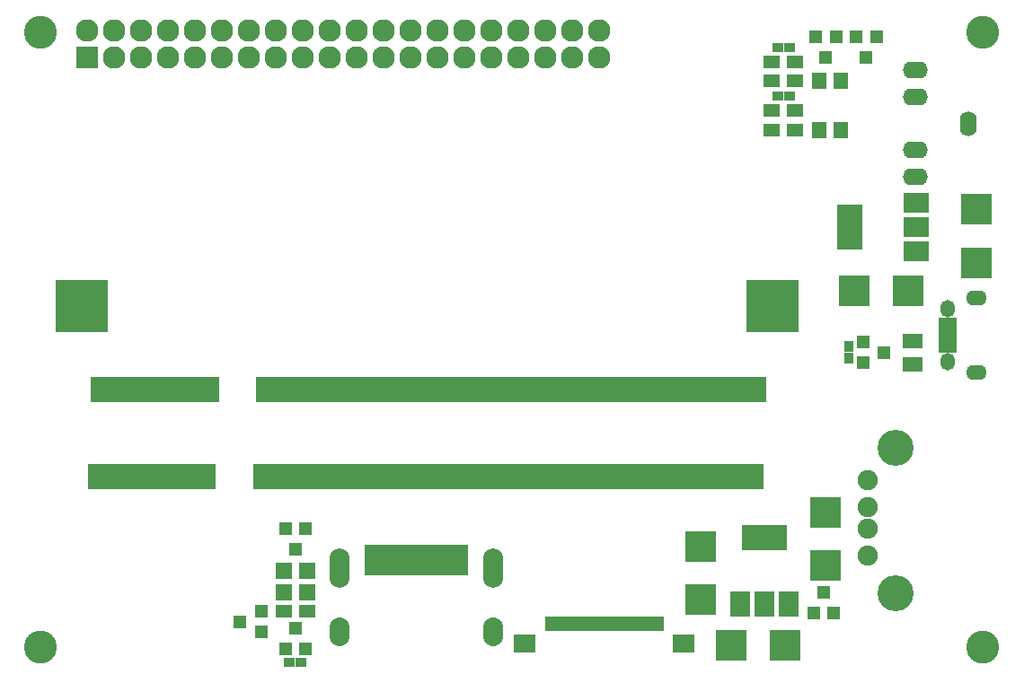
<source format=gts>
G04 #@! TF.FileFunction,Soldermask,Top*
%FSLAX46Y46*%
G04 Gerber Fmt 4.6, Leading zero omitted, Abs format (unit mm)*
G04 Created by KiCad (PCBNEW 4.0.5+dfsg1-4) date Sun Dec 23 19:03:49 2018*
%MOMM*%
%LPD*%
G01*
G04 APERTURE LIST*
%ADD10C,0.100000*%
%ADD11R,2.950000X2.900000*%
%ADD12R,2.900000X2.950000*%
%ADD13R,1.600000X1.600000*%
%ADD14R,1.200000X1.300000*%
%ADD15R,1.750000X0.800000*%
%ADD16O,1.350000X1.650000*%
%ADD17O,1.950000X1.400000*%
%ADD18C,1.900000*%
%ADD19C,3.400000*%
%ADD20R,0.700000X1.400000*%
%ADD21R,2.050000X1.700000*%
%ADD22R,1.300000X1.200000*%
%ADD23R,1.600000X1.300000*%
%ADD24R,4.200000X2.400000*%
%ADD25R,1.900000X2.400000*%
%ADD26R,2.400000X4.200000*%
%ADD27R,2.400000X1.900000*%
%ADD28R,0.700000X3.000000*%
%ADD29O,1.900000X3.700000*%
%ADD30O,1.900000X2.700000*%
%ADD31R,1.000000X0.900000*%
%ADD32R,1.900000X1.400000*%
%ADD33C,3.100000*%
%ADD34R,2.127200X2.127200*%
%ADD35O,2.127200X2.127200*%
%ADD36R,1.400000X1.650000*%
%ADD37O,1.600000X2.350000*%
%ADD38O,2.350000X1.600000*%
%ADD39R,0.750000X2.400000*%
%ADD40R,4.900000X5.000000*%
%ADD41R,0.900000X1.000000*%
G04 APERTURE END LIST*
D10*
D11*
X159925000Y-104000000D03*
X154875000Y-104000000D03*
D12*
X152000000Y-99725000D03*
X152000000Y-94675000D03*
X178000000Y-62875000D03*
X178000000Y-67925000D03*
D11*
X166475000Y-70600000D03*
X171525000Y-70600000D03*
D12*
X163800000Y-96525000D03*
X163800000Y-91475000D03*
D13*
X114900000Y-97000000D03*
X112700000Y-97000000D03*
D14*
X162650000Y-101000000D03*
X164550000Y-101000000D03*
X163600000Y-99000000D03*
X112850000Y-104400000D03*
X114750000Y-104400000D03*
X113800000Y-102400000D03*
D15*
X175250000Y-76100000D03*
X175250000Y-75450000D03*
X175250000Y-74800000D03*
X175250000Y-74150000D03*
X175250000Y-73500000D03*
D16*
X175250000Y-77300000D03*
X175250000Y-72300000D03*
D17*
X177950000Y-78300000D03*
X177950000Y-71300000D03*
D18*
X167700000Y-88490000D03*
X167700000Y-91030000D03*
X167700000Y-93060000D03*
X167700000Y-95600000D03*
D19*
X170370000Y-85440000D03*
X170370000Y-99160000D03*
D20*
X137650000Y-102000000D03*
X138150000Y-102000000D03*
X138650000Y-102000000D03*
X139150000Y-102000000D03*
X139650000Y-102000000D03*
X140150000Y-102000000D03*
X140650000Y-102000000D03*
X141150000Y-102000000D03*
X141650000Y-102000000D03*
X142150000Y-102000000D03*
X142650000Y-102000000D03*
X143150000Y-102000000D03*
X143650000Y-102000000D03*
X144150000Y-102000000D03*
X144650000Y-102000000D03*
X145150000Y-102000000D03*
X145650000Y-102000000D03*
X146150000Y-102000000D03*
X146650000Y-102000000D03*
X147150000Y-102000000D03*
X147650000Y-102000000D03*
X148150000Y-102000000D03*
D21*
X135375000Y-103900000D03*
X150425000Y-103900000D03*
D14*
X114750000Y-93000000D03*
X112850000Y-93000000D03*
X113800000Y-95000000D03*
D22*
X167300000Y-75450000D03*
X167300000Y-77350000D03*
X169300000Y-76400000D03*
X110600000Y-102750000D03*
X110600000Y-100850000D03*
X108600000Y-101800000D03*
D23*
X114900000Y-100800000D03*
X112700000Y-100800000D03*
D24*
X158000000Y-93850000D03*
D25*
X158000000Y-100150000D03*
X160300000Y-100150000D03*
X155700000Y-100150000D03*
D26*
X166050000Y-64600000D03*
D27*
X172350000Y-64600000D03*
X172350000Y-62300000D03*
X172350000Y-66900000D03*
D28*
X129700000Y-96000000D03*
X129200000Y-96000000D03*
X128700000Y-96000000D03*
X128200000Y-96000000D03*
X127700000Y-96000000D03*
X127200000Y-96000000D03*
X126700000Y-96000000D03*
X126200000Y-96000000D03*
X125700000Y-96000000D03*
X125200000Y-96000000D03*
X124700000Y-96000000D03*
X124200000Y-96000000D03*
X123700000Y-96000000D03*
X123200000Y-96000000D03*
X122700000Y-96000000D03*
X122200000Y-96000000D03*
X121700000Y-96000000D03*
X121200000Y-96000000D03*
X120700000Y-96000000D03*
D29*
X117950000Y-96760000D03*
X132450000Y-96760000D03*
D30*
X117950000Y-102720000D03*
X132450000Y-102720000D03*
D31*
X114350000Y-105600000D03*
X113250000Y-105600000D03*
D32*
X172000000Y-75300000D03*
X172000000Y-77500000D03*
D33*
X89800000Y-104200000D03*
X178600000Y-104200000D03*
X178600000Y-46200000D03*
X89800000Y-46200000D03*
D34*
X94200000Y-48600000D03*
D35*
X94200000Y-46060000D03*
X96740000Y-48600000D03*
X96740000Y-46060000D03*
X99280000Y-48600000D03*
X99280000Y-46060000D03*
X101820000Y-48600000D03*
X101820000Y-46060000D03*
X104360000Y-48600000D03*
X104360000Y-46060000D03*
X106900000Y-48600000D03*
X106900000Y-46060000D03*
X109440000Y-48600000D03*
X109440000Y-46060000D03*
X111980000Y-48600000D03*
X111980000Y-46060000D03*
X114520000Y-48600000D03*
X114520000Y-46060000D03*
X117060000Y-48600000D03*
X117060000Y-46060000D03*
X119600000Y-48600000D03*
X119600000Y-46060000D03*
X122140000Y-48600000D03*
X122140000Y-46060000D03*
X124680000Y-48600000D03*
X124680000Y-46060000D03*
X127220000Y-48600000D03*
X127220000Y-46060000D03*
X129760000Y-48600000D03*
X129760000Y-46060000D03*
X132300000Y-48600000D03*
X132300000Y-46060000D03*
X134840000Y-48600000D03*
X134840000Y-46060000D03*
X137380000Y-48600000D03*
X137380000Y-46060000D03*
X139920000Y-48600000D03*
X139920000Y-46060000D03*
X142460000Y-48600000D03*
X142460000Y-46060000D03*
D13*
X114900000Y-99000000D03*
X112700000Y-99000000D03*
D36*
X163200000Y-50800000D03*
X165200000Y-50800000D03*
X163200000Y-55400000D03*
X165200000Y-55400000D03*
D31*
X160350000Y-52200000D03*
X159250000Y-52200000D03*
X160350000Y-47600000D03*
X159250000Y-47600000D03*
D14*
X168550000Y-46600000D03*
X166650000Y-46600000D03*
X167600000Y-48600000D03*
X164750000Y-46600000D03*
X162850000Y-46600000D03*
X163800000Y-48600000D03*
D23*
X160900000Y-53600000D03*
X158700000Y-53600000D03*
X160900000Y-49000000D03*
X158700000Y-49000000D03*
X158700000Y-50800000D03*
X160900000Y-50800000D03*
X158700000Y-55400000D03*
X160900000Y-55400000D03*
D37*
X177200000Y-54800000D03*
D38*
X172200000Y-57300000D03*
X172200000Y-59800000D03*
X172200000Y-52300000D03*
X172200000Y-49800000D03*
D39*
X110150000Y-88100000D03*
X94550000Y-88100000D03*
D40*
X93650000Y-72000000D03*
X158750000Y-72000000D03*
D39*
X94850000Y-79900001D03*
X95150000Y-88100000D03*
X95450000Y-79900001D03*
X95750000Y-88100000D03*
X96050000Y-79900001D03*
X96350000Y-88100000D03*
X96650000Y-79900001D03*
X96950000Y-88100000D03*
X97250000Y-79900001D03*
X97550000Y-88100000D03*
X97850000Y-79900001D03*
X98150000Y-88100000D03*
X98450000Y-79900001D03*
X98750000Y-88100000D03*
X99050000Y-79900001D03*
X99350000Y-88100000D03*
X99650000Y-79900001D03*
X99950000Y-88100000D03*
X100250000Y-79900001D03*
X100550000Y-88100000D03*
X100850000Y-79900001D03*
X101150000Y-88100000D03*
X101450000Y-79900001D03*
X101750000Y-88100000D03*
X102050000Y-79900001D03*
X102350000Y-88100000D03*
X102650000Y-79900001D03*
X102950000Y-88100000D03*
X103250000Y-79900001D03*
X103550000Y-88100000D03*
X103850000Y-79900001D03*
X104150000Y-88100000D03*
X104450000Y-79900001D03*
X104750000Y-88100000D03*
X105050000Y-79900001D03*
X105350000Y-88100000D03*
X105650000Y-79900001D03*
X105950000Y-88100000D03*
X106250000Y-79900001D03*
X110450000Y-79900001D03*
X110750000Y-88100000D03*
X111050000Y-79900001D03*
X111350000Y-88100000D03*
X111650000Y-79900001D03*
X111950000Y-88100000D03*
X112250000Y-79900001D03*
X112550000Y-88100000D03*
X112850000Y-79900001D03*
X113150000Y-88100000D03*
X113450000Y-79900001D03*
X113750000Y-88100000D03*
X114050000Y-79900001D03*
X114350000Y-88100000D03*
X114650000Y-79900001D03*
X114950000Y-88100000D03*
X115250000Y-79900001D03*
X115550000Y-88100000D03*
X115850000Y-79900001D03*
X116150000Y-88100000D03*
X116450000Y-79900001D03*
X116750000Y-88100000D03*
X117050000Y-79900001D03*
X117350000Y-88100000D03*
X117650000Y-79900001D03*
X117950000Y-88100000D03*
X118250000Y-79900001D03*
X118550000Y-88100000D03*
X118850000Y-79900001D03*
X119150000Y-88100000D03*
X119450000Y-79900001D03*
X119750000Y-88100000D03*
X120050000Y-79900001D03*
X120350000Y-88100000D03*
X120650000Y-79900001D03*
X120950000Y-88100000D03*
X121250000Y-79900001D03*
X121550000Y-88100000D03*
X121850000Y-79900001D03*
X122150000Y-88100000D03*
X122450000Y-79900001D03*
X122750000Y-88100000D03*
X123050000Y-79900001D03*
X123350000Y-88100000D03*
X123650000Y-79900001D03*
X123950000Y-88100000D03*
X124250000Y-79900001D03*
X124550000Y-88100000D03*
X124850000Y-79900001D03*
X125150000Y-88100000D03*
X125450000Y-79900001D03*
X125750000Y-88100000D03*
X126050000Y-79900001D03*
X126350000Y-88100000D03*
X126650000Y-79900001D03*
X126950000Y-88100000D03*
X127250000Y-79900001D03*
X127550000Y-88100000D03*
X127850000Y-79900001D03*
X128150000Y-88100000D03*
X128450000Y-79900001D03*
X128750000Y-88100000D03*
X129050000Y-79900001D03*
X129350000Y-88100000D03*
X129650000Y-79900001D03*
X129950000Y-88100000D03*
X130250000Y-79900001D03*
X130550000Y-88100000D03*
X130850000Y-79900001D03*
X131150000Y-88100000D03*
X131450000Y-79900001D03*
X131750000Y-88100000D03*
X132050000Y-79900001D03*
X132350000Y-88100000D03*
X132650000Y-79900001D03*
X132950000Y-88100000D03*
X133250000Y-79900001D03*
X133550000Y-88100000D03*
X133850000Y-79900001D03*
X134150000Y-88100000D03*
X134450000Y-79900001D03*
X134750000Y-88100000D03*
X135050000Y-79900001D03*
X135350000Y-88100000D03*
X135650000Y-79900001D03*
X135950000Y-88100000D03*
X136250000Y-79900001D03*
X136550000Y-88100000D03*
X136850000Y-79900001D03*
X137150000Y-88100000D03*
X137450000Y-79900001D03*
X137750000Y-88100000D03*
X138050000Y-79900001D03*
X138350000Y-88100000D03*
X138650000Y-79900001D03*
X138950000Y-88100000D03*
X139250000Y-79900001D03*
X139550000Y-88100000D03*
X139850000Y-79900001D03*
X140150000Y-88100000D03*
X140450000Y-79900001D03*
X140750000Y-88100000D03*
X141050000Y-79900001D03*
X141350000Y-88100000D03*
X141650000Y-79900001D03*
X141950000Y-88100000D03*
X142250000Y-79900001D03*
X142550000Y-88100000D03*
X142850000Y-79900001D03*
X143150000Y-88100000D03*
X143450000Y-79900001D03*
X143750000Y-88100000D03*
X144050000Y-79900001D03*
X144350000Y-88100000D03*
X144650000Y-79900001D03*
X144950000Y-88100000D03*
X145250000Y-79900001D03*
X145550000Y-88100000D03*
X145850000Y-79900001D03*
X146150000Y-88100000D03*
X146450000Y-79900001D03*
X146750000Y-88100000D03*
X147050000Y-79900001D03*
X147350000Y-88100000D03*
X147650000Y-79900001D03*
X147950000Y-88100000D03*
X148250000Y-79900001D03*
X148550000Y-88100000D03*
X148850000Y-79900001D03*
X149150000Y-88100000D03*
X149450000Y-79900001D03*
X149750000Y-88100000D03*
X150050000Y-79900001D03*
X150350000Y-88100000D03*
X150650000Y-79900001D03*
X150950000Y-88100000D03*
X151250000Y-79900001D03*
X151550000Y-88100000D03*
X151850000Y-79900001D03*
X152150000Y-88100000D03*
X152450000Y-79900001D03*
X152750000Y-88100000D03*
X153050000Y-79900001D03*
X153350000Y-88100000D03*
X153650000Y-79900001D03*
X153950000Y-88100000D03*
X154250000Y-79900001D03*
X154550000Y-88100000D03*
X154850000Y-79900001D03*
X155150000Y-88100000D03*
X155450000Y-79900001D03*
X155750000Y-88100000D03*
X156050000Y-79900001D03*
X156350000Y-88100000D03*
X156650000Y-79900001D03*
X156950000Y-88100000D03*
X157250000Y-79900001D03*
X157550000Y-88100000D03*
X157850000Y-79900001D03*
D41*
X166000000Y-76950000D03*
X166000000Y-75850000D03*
M02*

</source>
